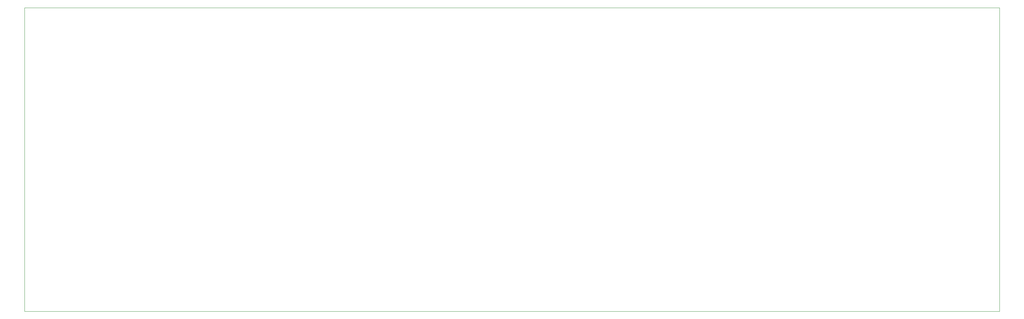
<source format=gbr>
%TF.GenerationSoftware,KiCad,Pcbnew,(5.1.10-1-10_14)*%
%TF.CreationDate,2021-08-21T14:50:14-04:00*%
%TF.ProjectId,breadboard-prototype,62726561-6462-46f6-9172-642d70726f74,rev?*%
%TF.SameCoordinates,Original*%
%TF.FileFunction,Profile,NP*%
%FSLAX46Y46*%
G04 Gerber Fmt 4.6, Leading zero omitted, Abs format (unit mm)*
G04 Created by KiCad (PCBNEW (5.1.10-1-10_14)) date 2021-08-21 14:50:14*
%MOMM*%
%LPD*%
G01*
G04 APERTURE LIST*
%TA.AperFunction,Profile*%
%ADD10C,0.050000*%
%TD*%
G04 APERTURE END LIST*
D10*
X128778000Y-109220000D02*
X128778000Y-110236000D01*
X374650000Y-109220000D02*
X374650000Y-110236000D01*
X372618000Y-110236000D02*
X374650000Y-110236000D01*
X374650000Y-33528000D02*
X372618000Y-33528000D01*
X131318000Y-33528000D02*
X372618000Y-33528000D01*
X372618000Y-110236000D02*
X210566000Y-110236000D01*
X128778000Y-110236000D02*
X210566000Y-110236000D01*
X131318000Y-33528000D02*
X128778000Y-33528000D01*
X128778000Y-60706000D02*
X128778000Y-109220000D01*
X128778000Y-60706000D02*
X128778000Y-33528000D01*
X374650000Y-109220000D02*
X374650000Y-33528000D01*
M02*

</source>
